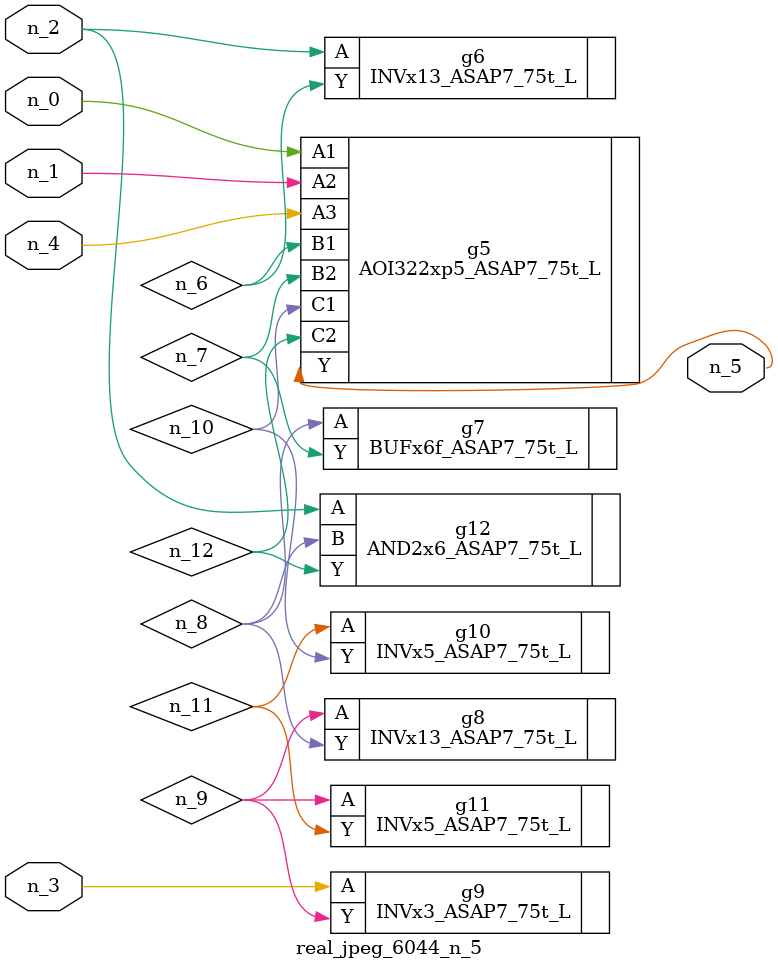
<source format=v>
module real_jpeg_6044_n_5 (n_4, n_0, n_1, n_2, n_3, n_5);

input n_4;
input n_0;
input n_1;
input n_2;
input n_3;

output n_5;

wire n_12;
wire n_8;
wire n_11;
wire n_6;
wire n_7;
wire n_10;
wire n_9;

AOI322xp5_ASAP7_75t_L g5 ( 
.A1(n_0),
.A2(n_1),
.A3(n_4),
.B1(n_6),
.B2(n_7),
.C1(n_10),
.C2(n_12),
.Y(n_5)
);

INVx13_ASAP7_75t_L g6 ( 
.A(n_2),
.Y(n_6)
);

AND2x6_ASAP7_75t_L g12 ( 
.A(n_2),
.B(n_8),
.Y(n_12)
);

INVx3_ASAP7_75t_L g9 ( 
.A(n_3),
.Y(n_9)
);

BUFx6f_ASAP7_75t_L g7 ( 
.A(n_8),
.Y(n_7)
);

INVx13_ASAP7_75t_L g8 ( 
.A(n_9),
.Y(n_8)
);

INVx5_ASAP7_75t_L g11 ( 
.A(n_9),
.Y(n_11)
);

INVx5_ASAP7_75t_L g10 ( 
.A(n_11),
.Y(n_10)
);


endmodule
</source>
